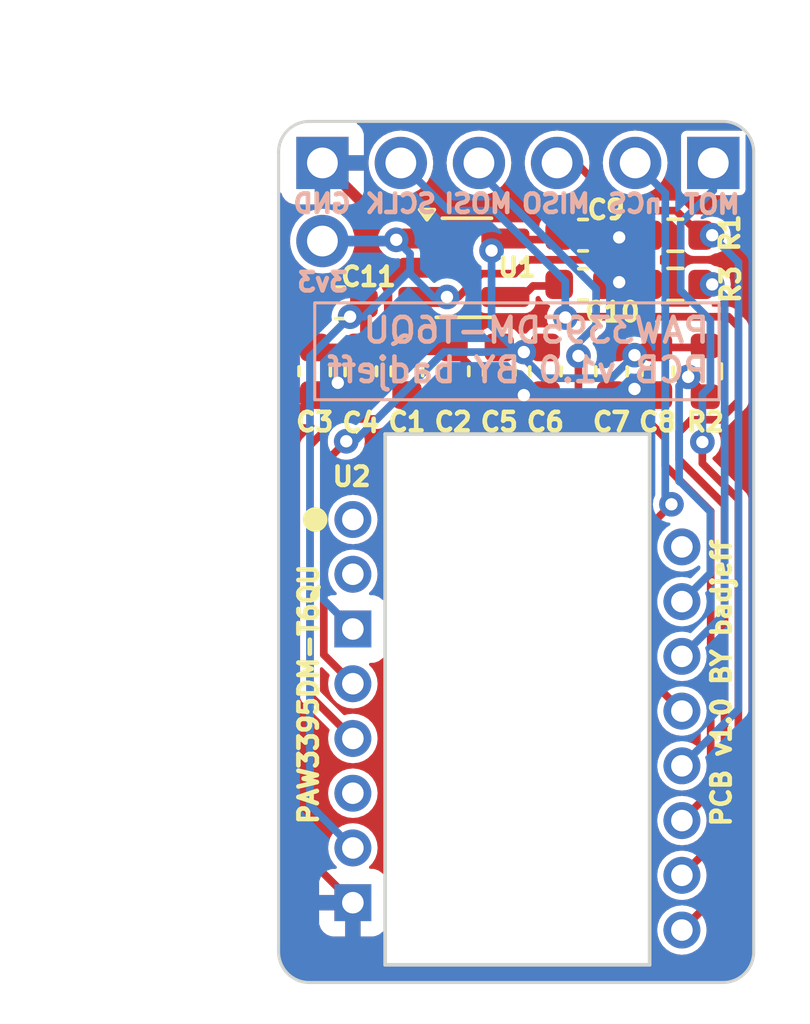
<source format=kicad_pcb>
(kicad_pcb (version 20240108) (generator "pcbnew") (generator_version "8.0")
  (layers (0 "F.Cu" signal) (31 "B.Cu" signal) (34 "B.Paste" user) (35 "F.Paste" user) (36 "B.SilkS" user "B.Silkscreen") (37 "F.SilkS" user "F.Silkscreen") (38 "B.Mask" user) (39 "F.Mask" user) (44 "Edge.Cuts" user))
  (net 0 "")
  (net 1 "+1V8")
  (net 2 "GND")
  (net 3 "Net-(U2-VDDREG)")
  (net 4 "Net-(U2-LED_P)")
  (net 5 "Net-(U2-NRESET)")
  (net 8 "unconnected-(U2-NC-Pad16)")
  (net 10 "MISO")
  (net 11 "MOSI")
  (net 12 "SCLK")
  (net 13 "MOTION")
  (net 14 "VIN")
  (net 15 "Net-(U1-NC)")
  (net 16 "nCS")
  (footprint "Resistor_SMD:R_0603_1608Metric" (layer "F.Cu") (at 151.775 79.85)
    (property "Reference" "R1" (at 1.775 -0.075 90) (layer "F.SilkS") (effects (font (size 0.6 0.6) (thickness 0.15) (bold yes))))
    (property "Value" "10K" (hide yes))
    (fp_line (start -0.237258 -0.5225) (end 0.237258 -0.5225) (stroke (width 0.12)) (layer "F.SilkS"))
    (fp_line (start -0.237258 0.5225) (end 0.237258 0.5225) (stroke (width 0.12)) (layer "F.SilkS"))
    (pad "1" smd roundrect (at -0.825 0) (size 0.8 0.95) (layers "F.Cu" "F.Paste" "F.Mask") (net 14 "VIN"))
    (pad "2" smd roundrect (at 0.825 0) (size 0.8 0.95) (layers "F.Cu" "F.Paste" "F.Mask") (net 10 "MISO"))
  )
  (footprint "Capacitor_SMD:C_0603_1608Metric" (layer "F.Cu") (at 146.05 84.275 -90)
    (property "Reference" "C5" (at 1.65 0 180) (layer "F.SilkS") (effects (font (size 0.6 0.6) (thickness 0.15) (bold yes))))
    (property "Value" "100nF" (hide yes))
    (fp_line (start -0.14058 0.51) (end 0.14058 0.51) (stroke (width 0.12)) (layer "F.SilkS"))
    (fp_line (start -0.14058 -0.51) (end 0.14058 -0.51) (stroke (width 0.12)) (layer "F.SilkS"))
    (pad "1" smd roundrect (at -0.775 0 270) (size 0.9 0.95) (layers "F.Cu" "F.Paste" "F.Mask") (net 1 "+1V8"))
    (pad "2" smd roundrect (at 0.775 0 270) (size 0.9 0.95) (layers "F.Cu" "F.Paste" "F.Mask") (net 2 "GND"))
  )
  (footprint "Capacitor_SMD:C_0603_1608Metric" (layer "F.Cu") (at 140.05 84.275 -90)
    (property "Reference" "C3" (at 1.65 0 180) (layer "F.SilkS") (effects (font (size 0.6 0.6) (thickness 0.15) (bold yes))))
    (property "Value" "10uF" (hide yes))
    (fp_line (start -0.14058 0.51) (end 0.14058 0.51) (stroke (width 0.12)) (layer "F.SilkS"))
    (fp_line (start -0.14058 -0.51) (end 0.14058 -0.51) (stroke (width 0.12)) (layer "F.SilkS"))
    (pad "1" smd roundrect (at -0.775 0 270) (size 0.9 0.95) (layers "F.Cu" "F.Paste" "F.Mask") (net 14 "VIN"))
    (pad "2" smd roundrect (at 0.775 0 270) (size 0.9 0.95) (layers "F.Cu" "F.Paste" "F.Mask") (net 2 "GND"))
  )
  (footprint "Capacitor_SMD:C_0603_1608Metric" (layer "F.Cu") (at 148.775 79.85)
    (property "Reference" "C9" (at 0.75 -0.825 180) (layer "F.SilkS") (effects (font (size 0.6 0.6) (thickness 0.15) (bold yes))))
    (property "Value" "1uF" (hide yes))
    (fp_line (start -0.14058 -0.51) (end 0.14058 -0.51) (stroke (width 0.12)) (layer "F.SilkS"))
    (fp_line (start -0.14058 0.51) (end 0.14058 0.51) (stroke (width 0.12)) (layer "F.SilkS"))
    (pad "1" smd roundrect (at -0.775 0) (size 0.9 0.95) (layers "F.Cu" "F.Paste" "F.Mask") (net 1 "+1V8"))
    (pad "2" smd roundrect (at 0.775 0) (size 0.9 0.95) (layers "F.Cu" "F.Paste" "F.Mask") (net 2 "GND"))
  )
  (footprint "Capacitor_SMD:C_0603_1608Metric" (layer "F.Cu") (at 148.775 81.45)
    (property "Reference" "C10" (at 0.95 0.9 180) (layer "F.SilkS") (effects (font (size 0.6 0.6) (thickness 0.15) (bold yes))))
    (property "Value" "22nF" (hide yes))
    (fp_line (start -0.14058 -0.51) (end 0.14058 -0.51) (stroke (width 0.12)) (layer "F.SilkS"))
    (fp_line (start -0.14058 0.51) (end 0.14058 0.51) (stroke (width 0.12)) (layer "F.SilkS"))
    (pad "1" smd roundrect (at -0.775 0) (size 0.9 0.95) (layers "F.Cu" "F.Paste" "F.Mask") (net 15 "Net-(U1-NC)"))
    (pad "2" smd roundrect (at 0.775 0) (size 0.9 0.95) (layers "F.Cu" "F.Paste" "F.Mask") (net 2 "GND"))
  )
  (footprint "Connector_PinHeader_2.54mm:PinHeader_1x02_P2.54mm_Vertical" (layer "F.Cu") (at 140.3 77.5)
    (property "Reference" "J1" (hide yes))
    (property "Value" "Conn_01x02" (hide yes))
    (pad "1" thru_hole rect (at 0 0) (size 1.7 1.7) (drill 1) (layers "*.Cu" "*.Mask") (net 2 "GND"))
    (pad "2" thru_hole oval (at 0 2.54) (size 1.7 1.7) (drill 1) (layers "*.Cu" "*.Mask") (net 14 "VIN"))
  )
  (footprint "Capacitor_SMD:C_0603_1608Metric" (layer "F.Cu") (at 140.875 82.05 180)
    (property "Reference" "C11" (at -0.925 0.85 180) (layer "F.SilkS") (effects (font (size 0.6 0.6) (thickness 0.15) (bold yes))))
    (property "Value" "1uF" (hide yes))
    (fp_line (start -0.14058 0.51) (end 0.14058 0.51) (stroke (width 0.12)) (layer "F.SilkS"))
    (fp_line (start -0.14058 -0.51) (end 0.14058 -0.51) (stroke (width 0.12)) (layer "F.SilkS"))
    (pad "1" smd roundrect (at -0.775 0 180) (size 0.9 0.95) (layers "F.Cu" "F.Paste" "F.Mask") (net 14 "VIN"))
    (pad "2" smd roundrect (at 0.775 0 180) (size 0.9 0.95) (layers "F.Cu" "F.Paste" "F.Mask") (net 2 "GND"))
  )
  (footprint "Resistor_SMD:R_0603_1608Metric" (layer "F.Cu") (at 151.775 81.45)
    (property "Reference" "R3" (at 1.8 0 90) (layer "F.SilkS") (effects (font (size 0.6 0.6) (thickness 0.15) (bold yes))))
    (property "Value" "2M" (hide yes))
    (fp_line (start -0.237258 -0.5225) (end 0.237258 -0.5225) (stroke (width 0.12)) (layer "F.SilkS"))
    (fp_line (start -0.237258 0.5225) (end 0.237258 0.5225) (stroke (width 0.12)) (layer "F.SilkS"))
    (pad "1" smd roundrect (at -0.825 0) (size 0.8 0.95) (layers "F.Cu" "F.Paste" "F.Mask") (net 14 "VIN"))
    (pad "2" smd roundrect (at 0.825 0) (size 0.8 0.95) (layers "F.Cu" "F.Paste" "F.Mask") (net 5 "Net-(U2-NRESET)"))
  )
  (footprint "Capacitor_SMD:C_0603_1608Metric" (layer "F.Cu") (at 143.05 84.275 90)
    (property "Reference" "C1" (at -1.65 0 180) (layer "F.SilkS") (effects (font (size 0.6 0.6) (thickness 0.15) (bold yes))))
    (property "Value" "4.7uF" (hide yes))
    (fp_line (start -0.14058 -0.51) (end 0.14058 -0.51) (stroke (width 0.12)) (layer "F.SilkS"))
    (fp_line (start -0.14058 0.51) (end 0.14058 0.51) (stroke (width 0.12)) (layer "F.SilkS"))
    (pad "1" smd roundrect (at -0.775 0 90) (size 0.9 0.95) (layers "F.Cu" "F.Paste" "F.Mask") (net 3 "Net-(U2-VDDREG)"))
    (pad "2" smd roundrect (at 0.775 0 90) (size 0.9 0.95) (layers "F.Cu" "F.Paste" "F.Mask") (net 2 "GND"))
  )
  (footprint "Connector_PinHeader_2.54mm:PinHeader_1x05_P2.54mm_Vertical" (layer "F.Cu") (at 153.01 77.5 -90)
    (property "Reference" "J2" (hide yes))
    (property "Value" "Conn_01x05" (hide yes))
    (pad "1" thru_hole rect (at 0 0 270) (size 1.7 1.7) (drill 1) (layers "*.Cu" "*.Mask") (net 13 "MOTION"))
    (pad "2" thru_hole oval (at 0 2.54 270) (size 1.7 1.7) (drill 1) (layers "*.Cu" "*.Mask") (net 16 "nCS"))
    (pad "3" thru_hole oval (at 0 5.08 270) (size 1.7 1.7) (drill 1) (layers "*.Cu" "*.Mask") (net 10 "MISO"))
    (pad "4" thru_hole oval (at 0 7.62 270) (size 1.7 1.7) (drill 1) (layers "*.Cu" "*.Mask") (net 11 "MOSI"))
    (pad "5" thru_hole oval (at 0 10.16 270) (size 1.7 1.7) (drill 1) (layers "*.Cu" "*.Mask") (net 12 "SCLK"))
  )
  (footprint "Capacitor_SMD:C_0603_1608Metric" (layer "F.Cu") (at 151.2 84.275 -90)
    (property "Reference" "C8" (at 1.65 0 180) (layer "F.SilkS") (effects (font (size 0.6 0.6) (thickness 0.15) (bold yes))))
    (property "Value" "10uF" (hide yes))
    (fp_line (start -0.14058 0.51) (end 0.14058 0.51) (stroke (width 0.12)) (layer "F.SilkS"))
    (fp_line (start -0.14058 -0.51) (end 0.14058 -0.51) (stroke (width 0.12)) (layer "F.SilkS"))
    (pad "1" smd roundrect (at -0.775 0 270) (size 0.9 0.95) (layers "F.Cu" "F.Paste" "F.Mask") (net 1 "+1V8"))
    (pad "2" smd roundrect (at 0.775 0 270) (size 0.9 0.95) (layers "F.Cu" "F.Paste" "F.Mask") (net 2 "GND"))
  )
  (footprint "Capacitor_SMD:C_0603_1608Metric" (layer "F.Cu") (at 141.55 84.275 -90)
    (property "Reference" "C4" (at 1.675 0 180) (layer "F.SilkS") (effects (font (size 0.6 0.6) (thickness 0.15) (bold yes))))
    (property "Value" "100nF" (hide yes))
    (fp_line (start -0.14058 0.51) (end 0.14058 0.51) (stroke (width 0.12)) (layer "F.SilkS"))
    (fp_line (start -0.14058 -0.51) (end 0.14058 -0.51) (stroke (width 0.12)) (layer "F.SilkS"))
    (pad "1" smd roundrect (at -0.775 0 270) (size 0.9 0.95) (layers "F.Cu" "F.Paste" "F.Mask") (net 14 "VIN"))
    (pad "2" smd roundrect (at 0.775 0 270) (size 0.9 0.95) (layers "F.Cu" "F.Paste" "F.Mask") (net 2 "GND"))
  )
  (footprint "Resistor_SMD:R_0603_1608Metric" (layer "F.Cu") (at 152.75 84.275 -90)
    (property "Reference" "R2" (at 1.65 0 180) (layer "F.SilkS") (effects (font (size 0.6 0.6) (thickness 0.15) (bold yes))))
    (property "Value" "4.7" (hide yes))
    (fp_line (start -0.237258 0.5225) (end 0.237258 0.5225) (stroke (width 0.12)) (layer "F.SilkS"))
    (fp_line (start -0.237258 -0.5225) (end 0.237258 -0.5225) (stroke (width 0.12)) (layer "F.SilkS"))
    (pad "1" smd roundrect (at -0.825 0 270) (size 0.8 0.95) (layers "F.Cu" "F.Paste" "F.Mask") (net 1 "+1V8"))
    (pad "2" smd roundrect (at 0.825 0 270) (size 0.8 0.95) (layers "F.Cu" "F.Paste" "F.Mask") (net 4 "Net-(U2-LED_P)"))
  )
  (footprint "Capacitor_SMD:C_0603_1608Metric" (layer "F.Cu") (at 147.55 84.275 -90)
    (property "Reference" "C6" (at 1.65 0 180) (layer "F.SilkS") (effects (font (size 0.6 0.6) (thickness 0.15) (bold yes))))
    (property "Value" "10uF" (hide yes))
    (fp_line (start -0.14058 0.51) (end 0.14058 0.51) (stroke (width 0.12)) (layer "F.SilkS"))
    (fp_line (start -0.14058 -0.51) (end 0.14058 -0.51) (stroke (width 0.12)) (layer "F.SilkS"))
    (pad "1" smd roundrect (at -0.775 0 270) (size 0.9 0.95) (layers "F.Cu" "F.Paste" "F.Mask") (net 1 "+1V8"))
    (pad "2" smd roundrect (at 0.775 0 270) (size 0.9 0.95) (layers "F.Cu" "F.Paste" "F.Mask") (net 2 "GND"))
  )
  (footprint "Capacitor_SMD:C_0603_1608Metric" (layer "F.Cu") (at 144.55 84.275 90)
    (property "Reference" "C2" (at -1.65 0 180) (layer "F.SilkS") (effects (font (size 0.6 0.6) (thickness 0.15) (bold yes))))
    (property "Value" "100nF" (hide yes))
    (fp_line (start -0.14058 -0.51) (end 0.14058 -0.51) (stroke (width 0.12)) (layer "F.SilkS"))
    (fp_line (start -0.14058 0.51) (end 0.14058 0.51) (stroke (width 0.12)) (layer "F.SilkS"))
    (pad "1" smd roundrect (at -0.775 0 90) (size 0.9 0.95) (layers "F.Cu" "F.Paste" "F.Mask") (net 3 "Net-(U2-VDDREG)"))
    (pad "2" smd roundrect (at 0.775 0 90) (size 0.9 0.95) (layers "F.Cu" "F.Paste" "F.Mask") (net 2 "GND"))
  )
  (footprint "Package_TO_SOT_SMD:SOT-23-5_HandSoldering" (layer "F.Cu") (at 144.9 80.908052)
    (property "Reference" "U1" (at 1.73 -0.008052 0) (layer "F.SilkS") (effects (font (size 0.6 0.6) (thickness 0.15) (bold yes))))
    (property "Value" "TLV74318PDBVR" (hide yes))
    (fp_line (start -0.9 1.61) (end 0.9 1.61) (stroke (width 0.12)) (layer "F.SilkS"))
    (fp_line (start 0.1 -1.61) (end -0.7 -1.61) (stroke (width 0.12)) (layer "F.SilkS"))
    (fp_line (start 0.1 -1.61) (end 0.9 -1.61) (stroke (width 0.12)) (layer "F.SilkS"))
    (fp_poly (pts (xy -1.2 -1.56) (xy -1.44 -1.89) (xy -0.96 -1.89) (xy -1.2 -1.56)) (stroke (width 0.12)) (fill solid) (layer "F.SilkS"))
    (pad "1" smd roundrect (at -1.35 -0.95) (size 1.56 0.65) (layers "F.Cu" "F.Paste" "F.Mask") (net 14 "VIN"))
    (pad "2" smd roundrect (at -1.35 0) (size 1.56 0.65) (layers "F.Cu" "F.Paste" "F.Mask") (net 2 "GND"))
    (pad "3" smd roundrect (at -1.35 0.95) (size 1.56 0.65) (layers "F.Cu" "F.Paste" "F.Mask") (net 14 "VIN"))
    (pad "4" smd roundrect (at 1.35 0.95) (size 1.56 0.65) (layers "F.Cu" "F.Paste" "F.Mask") (net 15 "Net-(U1-NC)"))
    (pad "5" smd roundrect (at 1.35 -0.95) (size 1.56 0.65) (layers "F.Cu" "F.Paste" "F.Mask") (net 1 "+1V8"))
  )
  (footprint "paw3395_pcb:PAW3395" (layer "F.Cu") (at 141.29 89.095)
    (property "Reference" "U2" (at -0.04 -1.395 0) (layer "F.SilkS") (effects (font (size 0.6 0.6) (thickness 0.15) (bold yes))))
    (property "Value" "PAW3395")
    (fp_circle (center -1.225 0) (end -1.025 0) (stroke (width 0.4)) (fill none) (layer "F.SilkS"))
    (fp_line (start 1.05 -2.78) (end 1.05 14.48) (stroke (width 0.12)) (layer "Edge.Cuts"))
    (fp_line (start 1.05 -2.78) (end 9.65 -2.78) (stroke (width 0.12)) (layer "Edge.Cuts"))
    (fp_line (start 1.05 14.48) (end 9.65 14.48) (stroke (width 0.12)) (layer "Edge.Cuts"))
    (fp_line (start 9.65 -2.78) (end 9.65 14.48) (stroke (width 0.12)) (layer "Edge.Cuts"))
    (pad "1" thru_hole circle (at 0 0) (size 1.2 1.2) (drill 0.7) (layers "*.Cu" "*.Mask"))
    (pad "2" thru_hole circle (at 0 1.78) (size 1.2 1.2) (drill 0.7) (layers "*.Cu" "*.Mask"))
    (pad "3" thru_hole rect (at 0 3.56) (size 1.2 1.2) (drill 0.7) (layers "*.Cu" "*.Mask") (net 2 "GND"))
    (pad "4" thru_hole circle (at 0 5.34) (size 1.2 1.2) (drill 0.7) (layers "*.Cu" "*.Mask") (net 1 "+1V8"))
    (pad "5" thru_hole circle (at 0 7.12) (size 1.2 1.2) (drill 0.7) (layers "*.Cu" "*.Mask") (net 3 "Net-(U2-VDDREG)"))
    (pad "6" thru_hole circle (at 0 8.9) (size 1.2 1.2) (drill 0.7) (layers "*.Cu" "*.Mask"))
    (pad "7" thru_hole circle (at 0 10.68) (size 1.2 1.2) (drill 0.7) (layers "*.Cu" "*.Mask") (net 14 "VIN"))
    (pad "8" thru_hole rect (at 0 12.46) (size 1.2 1.2) (drill 0.7) (layers "*.Cu" "*.Mask") (net 2 "GND"))
    (pad "9" thru_hole circle (at 10.7 13.35) (size 1.2 1.2) (drill 0.7) (layers "*.Cu" "*.Mask") (net 13 "MOTION"))
    (pad "10" thru_hole circle (at 10.7 11.57) (size 1.2 1.2) (drill 0.7) (layers "*.Cu" "*.Mask") (net 12 "SCLK"))
    (pad "11" thru_hole circle (at 10.7 9.79) (size 1.2 1.2) (drill 0.7) (layers "*.Cu" "*.Mask") (net 11 "MOSI"))
    (pad "12" thru_hole circle (at 10.7 8.01) (size 1.2 1.2) (drill 0.7) (layers "*.Cu" "*.Mask") (net 10 "MISO"))
    (pad "13" thru_hole circle (at 10.7 6.23) (size 1.2 1.2) (drill 0.7) (layers "*.Cu" "*.Mask") (net 16 "nCS"))
    (pad "14" thru_hole circle (at 10.7 4.45) (size 1.2 1.2) (drill 0.7) (layers "*.Cu" "*.Mask") (net 5 "Net-(U2-NRESET)"))
    (pad "15" thru_hole circle (at 10.7 2.67) (size 1.2 1.2) (drill 0.7) (layers "*.Cu" "*.Mask") (net 4 "Net-(U2-LED_P)"))
    (pad "16" thru_hole circle (at 10.7 0.89) (size 1.2 1.2) (drill 0.7) (layers "*.Cu" "*.Mask") (net 8 "unconnected-(U2-NC-Pad16)"))
  )
  (footprint "Capacitor_SMD:C_0603_1608Metric" (layer "F.Cu") (at 149.7 84.275 -90)
    (property "Reference" "C7" (at 1.65 0 180) (layer "F.SilkS") (effects (font (size 0.6 0.6) (thickness 0.15) (bold yes))))
    (property "Value" "22uF" (hide yes))
    (fp_line (start -0.14058 0.51) (end 0.14058 0.51) (stroke (width 0.12)) (layer "F.SilkS"))
    (fp_line (start -0.14058 -0.51) (end 0.14058 -0.51) (stroke (width 0.12)) (layer "F.SilkS"))
    (pad "1" smd roundrect (at -0.775 0 270) (size 0.9 0.95) (layers "F.Cu" "F.Paste" "F.Mask") (net 1 "+1V8"))
    (pad "2" smd roundrect (at 0.775 0 270) (size 0.9 0.95) (layers "F.Cu" "F.Paste" "F.Mask") (net 2 "GND"))
  )
  (gr_line (start 140.05 82.05) (end 140.05 85.2) (stroke (width 0.1)) (layer "B.SilkS"))
  (gr_line (start 153.2 85.2) (end 153.2 82.05) (stroke (width 0.1)) (layer "B.SilkS"))
  (gr_line (start 140.05 85.2) (end 153.2 85.2) (stroke (width 0.1)) (layer "B.SilkS"))
  (gr_line (start 153.2 82.05) (end 140.075 82.05) (stroke (width 0.1)) (layer "B.SilkS"))
  (gr_line (start 138.875 77.15) (end 138.875 103.15) (stroke (width 0.1)) (layer "Edge.Cuts"))
  (gr_arc (start 154.325 103.15) (mid 154.032107 103.857107) (end 153.325 104.15) (stroke (width 0.1)) (layer "Edge.Cuts"))
  (gr_line (start 153.325 76.15) (end 139.875 76.15) (stroke (width 0.1)) (layer "Edge.Cuts"))
  (gr_arc (start 139.875 104.15) (mid 139.167893 103.857107) (end 138.875 103.15) (stroke (width 0.1)) (layer "Edge.Cuts"))
  (gr_line (start 139.875 104.15) (end 153.325 104.15) (stroke (width 0.1)) (layer "Edge.Cuts"))
  (gr_line (start 154.325 103.15) (end 154.325 77.15) (stroke (width 0.1)) (layer "Edge.Cuts"))
  (gr_arc (start 153.325 76.15) (mid 154.032107 76.442893) (end 154.325 77.15) (stroke (width 0.1)) (layer "Edge.Cuts"))
  (gr_arc (start 138.875 77.15) (mid 139.167893 76.442893) (end 139.875 76.15) (stroke (width 0.1)) (layer "Edge.Cuts"))
  (gr_text "nCS" (at 151.425 79.175 0) (layer "B.SilkS") (effects (font (size 0.6 0.6) (thickness 0.15) (bold yes)) (justify left bottom mirror)))
  (gr_text "MISO" (at 149.075 79.175 0) (layer "B.SilkS") (effects (font (size 0.6 0.6) (thickness 0.15) (bold yes)) (justify left bottom mirror)))
  (gr_text "SCLK" (at 144.075 79.175 0) (layer "B.SilkS") (effects (font (size 0.6 0.6) (thickness 0.15) (bold yes)) (justify left bottom mirror)))
  (gr_text "GND" (at 141.3 79.175 0) (layer "B.SilkS") (effects (font (size 0.6 0.6) (thickness 0.15) (bold yes)) (justify left bottom mirror)))
  (gr_text "MOSI" (at 146.55 79.175 0) (layer "B.SilkS") (effects (font (size 0.6 0.6) (thickness 0.15) (bold yes)) (justify left bottom mirror)))
  (gr_text "MOT" (at 153.95 79.2 0) (layer "B.SilkS") (effects (font (size 0.6 0.6) (thickness 0.15) (bold yes)) (justify left bottom mirror)))
  (gr_text "3v3" (at 141.2 81.725 0) (layer "B.SilkS") (effects (font (size 0.6 0.6) (thickness 0.15) (bold yes)) (justify left bottom mirror)))
  (gr_text "PAW3395DM-T6QU\nPCB v1.0 BY badjeff" (at 152.95 84.7 0) (layer "B.SilkS") (effects (font (size 0.8 0.8) (thickness 0.15) (bold yes)) (justify left bottom mirror)))
  (gr_text "PCB v1.0 BY badjeff" (at 153.625 99.15 90) (layer "F.SilkS") (effects (font (size 0.6 0.6) (thickness 0.15) (bold yes)) (justify left bottom)))
  (gr_text "PAW3395DM-T6QU" (at 140.2 99.075 90) (layer "F.SilkS") (effects (font (size 0.6 0.6) (thickness 0.15) (bold yes)) (justify left bottom)))
  (segment (start 151.2 83.5) (end 150.7 83.5) (width 0.25) (layer "F.Cu") (net 1))
  (segment (start 151.25 83.5) (end 152.7 83.5) (width 0.25) (layer "F.Cu") (net 1))
  (segment (start 150.2 83.5) (end 150.45 83.75) (width 0.25) (layer "F.Cu") (net 1))
  (segment (start 149.7 83.5) (end 150.2 83.5) (width 0.25) (layer "F.Cu") (net 1))
  (segment (start 147.2 83.65) (end 147.35 83.5) (width 0.25) (layer "F.Cu") (net 1))
  (segment (start 140.35 87.275153) (end 140.35 90.406852) (width 0.25) (layer "F.Cu") (net 1))
  (segment (start 146.85 83.65) (end 147.4 83.65) (width 0.25) (layer "F.Cu") (net 1))
  (segment (start 146.255 79.993052) (end 148.1 79.993052) (width 0.25) (layer "F.Cu") (net 1))
  (segment (start 140.35 90.406852) (end 140.345 90.411852) (width 0.25) (layer "F.Cu") (net 1))
  (segment (start 152.7 83.5) (end 152.75 83.45) (width 0.25) (layer "F.Cu") (net 1))
  (segment (start 141.075 86.550153) (end 140.35 87.275153) (width 0.25) (layer "F.Cu") (net 1))
  (segment (start 150.7 83.5) (end 150.45 83.75) (width 0.25) (layer "F.Cu") (net 1))
  (segment (start 146.85 83.65) (end 146.2 83.65) (width 0.25) (layer "F.Cu") (net 1))
  (segment (start 145.8 80.35) (end 145.858052 80.35) (width 0.25) (layer "F.Cu") (net 1))
  (segment (start 145.858052 80.35) (end 146.25 79.958052) (width 0.25) (layer "F.Cu") (net 1))
  (segment (start 141.27 94.355) (end 141.27 94.26) (width 0.25) (layer "F.Cu") (net 1))
  (segment (start 146 83.65) (end 145.85 83.5) (width 0.25) (layer "F.Cu") (net 1))
  (segment (start 140.345 90.411852) (end 140.345 93.49) (width 0.25) (layer "F.Cu") (net 1))
  (segment (start 140.345 93.49) (end 141.29 94.435) (width 0.25) (layer "F.Cu") (net 1))
  (via (at 150.45 83.75) (size 0.8) (drill 0.4) (layers "F.Cu" "B.Cu") (net 1))
  (via (at 145.8 80.35) (size 0.8) (drill 0.4) (layers "F.Cu" "B.Cu") (net 1))
  (via (at 141.075 86.550153) (size 0.8) (drill 0.4) (layers "F.Cu" "B.Cu") (net 1))
  (via (at 146.85 83.65) (size 0.8) (drill 0.4) (layers "F.Cu" "B.Cu") (net 1))
  (segment (start 144.25 83.65) (end 146.65 83.65) (width 0.25) (layer "B.Cu") (net 1))
  (segment (start 141.349847 86.550153) (end 144.25 83.65) (width 0.25) (layer "B.Cu") (net 1))
  (segment (start 150.45 83.75) (end 149.7 84.5) (width 0.25) (layer "B.Cu") (net 1))
  (segment (start 141.075 86.550153) (end 141.349847 86.550153) (width 0.25) (layer "B.Cu") (net 1))
  (segment (start 145.8 82.8) (end 145.8 80.35) (width 0.25) (layer "B.Cu") (net 1))
  (segment (start 149.7 84.5) (end 147.5 84.5) (width 0.25) (layer "B.Cu") (net 1))
  (segment (start 147.5 84.5) (end 146.65 83.65) (width 0.25) (layer "B.Cu") (net 1))
  (segment (start 150.45 83.75) (end 150.35 83.65) (width 0.25) (layer "B.Cu") (net 1))
  (segment (start 146.65 83.65) (end 145.8 82.8) (width 0.25) (layer "B.Cu") (net 1))
  (segment (start 144.55 83.55) (end 146.05 85.05) (width 0.25) (layer "F.Cu") (net 2))
  (segment (start 139.445 99.71) (end 139.445 85.655) (width 0.25) (layer "F.Cu") (net 2))
  (segment (start 145.85 85.05) (end 146.35 85.05) (width 0.25) (layer "F.Cu") (net 2))
  (segment (start 144.915 80.293051) (end 144.599025 80.609025) (width 0.25) (layer "F.Cu") (net 2))
  (segment (start 142.76706 81.16706) (end 140.70794 81.16706) (width 0.25) (layer "F.Cu") (net 2))
  (segment (start 143.05 83.5) (end 142.45 82.9) (width 0.25) (layer "F.Cu") (net 2))
  (segment (start 141.75 78.95) (end 141.75 80.15) (width 0.35) (layer "F.Cu") (net 2))
  (segment (start 150.25 85.05) (end 149.7 85.05) (width 0.25) (layer "F.Cu") (net 2))
  (segment (start 149.55 81.45) (end 149.877873 81.45) (width 0.25) (layer "F.Cu") (net 2))
  (segment (start 148.75 79.05) (end 145.588052 79.05) (width 0.25) (layer "F.Cu") (net 2))
  (segment (start 144.35 83.5) (end 144.35 83.55) (width 0.25) (layer "F.Cu") (net 2))
  (segment (start 149.55 79.85) (end 148.75 79.05) (width 0.25) (layer "F.Cu") (net 2))
  (segment (start 141.55 84.85) (end 142.9 83.5) (width 0.25) (layer "F.Cu") (net 2))
  (segment (start 141.55 85.05) (end 141.55 84.85) (width 0.25) (layer "F.Cu") (net 2))
  (segment (start 143.026068 80.908052) (end 143.55 80.908052) (width 0.25) (layer "F.Cu") (net 2))
  (segment (start 149.55 79.85) (end 149.877873 79.85) (width 0.25) (layer "F.Cu") (net 2))
  (segment (start 142.45 82.9) (end 142.45 82.231984) (width 0.25) (layer "F.Cu") (net 2))
  (segment (start 142.45 82.231984) (end 142.445 82.226984) (width 0.25) (layer "F.Cu") (net 2))
  (segment (start 147.55 85.05) (end 147.05 85.05) (width 0.25) (layer "F.Cu") (net 2))
  (segment (start 149.877873 79.85) (end 149.95 79.922127) (width 0.25) (layer "F.Cu") (net 2))
  (segment (start 150.65 85.05) (end 151.2 85.05) (width 0.25) (layer "F.Cu") (net 2))
  (segment (start 140.3 77.6) (end 140.3 77.5) (width 0.25) (layer "F.Cu") (net 2))
  (segment (start 140.8 84.65) (end 141.15 84.65) (width 0.25) (layer "F.Cu") (net 2))
  (segment (start 146.85 85.05) (end 146.6 84.8) (width 0.25) (layer "F.Cu") (net 2))
  (segment (start 140.3 77.5) (end 141.75 78.95) (width 0.35) (layer "F.Cu") (net 2))
  (segment (start 142.445 82.226984) (end 142.445 81.48912) (width 0.25) (layer "F.Cu") (net 2))
  (segment (start 143.05 83.5) (end 144.55 83.5) (width 0.25) (layer "F.Cu") (net 2))
  (segment (start 141.15 84.65) (end 141.55 85.05) (width 0.25) (layer "F.Cu") (net 2))
  (segment (start 150.45 84.85) (end 150.25 85.05) (width 0.25) (layer "F.Cu") (net 2))
  (segment (start 140.8 84.65) (end 140.45 84.65) (width 0.25) (layer "F.Cu") (net 2))
  (segment (start 139.445 85.655) (end 140.05 85.05) (width 0.25) (layer "F.Cu") (net 2))
  (segment (start 141.75 80.15) (end 142.76706 81.16706) (width 0.35) (layer "F.Cu") (net 2))
  (segment (start 145.588052 79.05) (end 144.915 79.723052) (width 0.25) (layer "F.Cu") (net 2))
  (segment (start 140.70794 81.16706) (end 139.825 82.05) (width 0.25) (layer "F.Cu") (net 2))
  (segment (start 144.599025 80.609025) (end 144.299999 80.908052) (width 0.25) (layer "F.Cu") (net 2))
  (segment (start 140.45 84.65) (end 140.05 85.05) (width 0.25) (layer "F.Cu") (net 2))
  (segment (start 142.9 83.5) (end 143.05 83.5) (width 0.25) (layer "F.Cu") (net 2))
  (segment (start 144.915 79.723052) (end 144.915 80.293051) (width 0.25) (layer "F.Cu") (net 2))
  (segment (start 146.35 85.05) (end 146.6 84.8) (width 0.25) (layer "F.Cu") (net 2))
  (segment (start 139.91175 85.11175) (end 139.85 85.05) (width 0.25) (layer "F.Cu") (net 2))
  (segment (start 149.877873 81.45) (end 149.95 81.377873) (width 0.25) (layer "F.Cu") (net 2))
  (segment (start 150.45 84.85) (end 150.65 85.05) (width 0.25) (layer "F.Cu") (net 2))
  (segment (start 141.29 101.555) (end 139.445 99.71) (width 0.25) (layer "F.Cu") (net 2))
  (segment (start 144.55 83.5) (end 144.55 83.55) (width 0.25) (layer "F.Cu") (net 2))
  (segment (start 142.445 81.48912) (end 143.026068 80.908052) (width 0.25) (layer "F.Cu") (net 2))
  (via (at 149.95 79.922127) (size 0.8) (drill 0.4) (layers "F.Cu" "B.Cu") (net 2))
  (via (at 149.95 81.377873) (size 0.8) (drill 0.4) (layers "F.Cu" "B.Cu") (net 2))
  (via (at 146.85 85.05) (size 0.8) (drill 0.4) (layers "F.Cu" "B.Cu") (net 2))
  (via (at 150.45 84.85) (size 0.8) (drill 0.4) (layers "F.Cu" "B.Cu") (net 2))
  (via (at 140.8 84.65) (size 0.8) (drill 0.4) (layers "F.Cu" "B.Cu") (net 2))
  (segment (start 140.345 90.411852) (end 140.345 91.71) (width 0.25) (layer "B.Cu") (net 2))
  (segment (start 146.860854 85.060854) (end 146.6 84.8) (width 0.25) (layer "B.Cu") (net 2))
  (segment (start 140.35 90.406852) (end 140.345 90.411852) (width 0.25) (layer "B.Cu") (net 2))
  (segment (start 150.239146 85.060854) (end 146.860854 85.060854) (width 0.25) (layer "B.Cu") (net 2))
  (segment (start 140.8 84.65) (end 140.35 85.1) (width 0.25) (layer "B.Cu") (net 2))
  (segment (start 149.95 81.377873) (end 150 81.327873) (width 0.25) (layer "B.Cu") (net 2))
  (segment (start 140.35 85.1) (end 140.35 90.406852) (width 0.25) (layer "B.Cu") (net 2))
  (segment (start 150 79.972127) (end 149.95 79.922127) (width 0.25) (layer "B.Cu") (net 2))
  (segment (start 150.45 84.85) (end 150.239146 85.060854) (width 0.25) (layer "B.Cu") (net 2))
  (segment (start 150 81.327873) (end 150 79.972127) (width 0.25) (layer "B.Cu") (net 2))
  (segment (start 140.345 91.71) (end 141.29 92.655) (width 0.25) (layer "B.Cu") (net 2))
  (segment (start 143.05 85.05) (end 144.55 85.05) (width 0.25) (layer "F.Cu") (net 3))
  (segment (start 144.671104 85.05) (end 144.711104 85.01) (width 0.25) (layer "F.Cu") (net 3))
  (segment (start 142.85 85.05) (end 142.075 85.825) (width 0.25) (layer "F.Cu") (net 3))
  (segment (start 139.895 86.68) (end 139.895 94.82) (width 0.25) (layer "F.Cu") (net 3))
  (segment (start 142.075 85.825) (end 140.75 85.825) (width 0.25) (layer "F.Cu") (net 3))
  (segment (start 139.895 94.82) (end 141.29 96.215) (width 0.25) (layer "F.Cu") (net 3))
  (segment (start 140.75 85.825) (end 139.895 86.68) (width 0.25) (layer "F.Cu") (net 3))
  (segment (start 152.75 85.014565) (end 152.75 85.1) (width 0.25) (layer "F.Cu") (net 4))
  (segment (start 152.192563 84.457128) (end 152.75 85.014565) (width 0.25) (layer "F.Cu") (net 4))
  (segment (start 152.75 85.186328) (end 152.75 85.1) (width 0.25) (layer "F.Cu") (net 4))
  (via (at 152.192563 84.457128) (size 0.8) (drill 0.4) (layers "F.Cu" "B.Cu") (net 4))
  (segment (start 151.9 84.749691) (end 151.9 87.85) (width 0.25) (layer "B.Cu") (net 4))
  (segment (start 151.950305 87.875) (end 152.915 88.839695) (width 0.25) (layer "B.Cu") (net 4))
  (segment (start 152.915 90.84) (end 151.99 91.765) (width 0.25) (layer "B.Cu") (net 4))
  (segment (start 152.915 88.839695) (end 152.915 90.84) (width 0.25) (layer "B.Cu") (net 4))
  (segment (start 151.925 87.875) (end 151.950305 87.875) (width 0.25) (layer "B.Cu") (net 4))
  (segment (start 151.9 87.85) (end 151.925 87.875) (width 0.25) (layer "B.Cu") (net 4))
  (segment (start 152.192563 84.457128) (end 151.9 84.749691) (width 0.25) (layer "B.Cu") (net 4))
  (segment (start 152.6 81.45) (end 152.975 81.45) (width 0.25) (layer "F.Cu") (net 5))
  (via (at 152.975 81.45) (size 0.8) (drill 0.4) (layers "F.Cu" "B.Cu") (net 5))
  (segment (start 153.38 81.855) (end 153.38 92.155) (width 0.25) (layer "B.Cu") (net 5))
  (segment (start 153.38 92.155) (end 151.99 93.545) (width 0.25) (layer "B.Cu") (net 5))
  (segment (start 152.975 81.45) (end 153.38 81.855) (width 0.25) (layer "B.Cu") (net 5))
  (segment (start 151.65 90.3) (end 151.7 90.25) (width 0.25) (layer "B.Cu") (net 8))
  (segment (start 147.93 77.5) (end 148.55 77.5) (width 0.25) (layer "F.Cu") (net 10))
  (segment (start 150.1 79.05) (end 151.8 79.05) (width 0.25) (layer "F.Cu") (net 10))
  (segment (start 151.8 79.05) (end 152.6 79.85) (width 0.25) (layer "F.Cu") (net 10))
  (segment (start 148.55 77.5) (end 150.1 79.05) (width 0.25) (layer "F.Cu") (net 10))
  (segment (start 152.6 79.85) (end 152.975 79.85) (width 0.25) (layer "F.Cu") (net 10))
  (via (at 152.975 79.85) (size 0.8) (drill 0.4) (layers "F.Cu" "B.Cu") (net 10))
  (segment (start 152.975 79.875) (end 153.83 80.73) (width 0.25) (layer "B.Cu") (net 10))
  (segment (start 153.83 80.73) (end 153.83 95.265) (width 0.25) (layer "B.Cu") (net 10))
  (segment (start 152.975 79.85) (end 152.975 79.875) (width 0.25) (layer "B.Cu") (net 10))
  (segment (start 153.83 95.265) (end 151.99 97.105) (width 0.25) (layer "B.Cu") (net 10))
  (segment (start 151.45 87.35) (end 152.926104 88.826104) (width 0.25) (layer "F.Cu") (net 11))
  (segment (start 152.926104 97.948896) (end 151.99 98.885) (width 0.25) (layer "F.Cu") (net 11))
  (segment (start 150.825 85.825) (end 151.45 86.45) (width 0.25) (layer "F.Cu") (net 11))
  (segment (start 149.215948 85.825) (end 150.825 85.825) (width 0.25) (layer "F.Cu") (net 11))
  (segment (start 151.45 86.45) (end 151.45 87.35) (width 0.25) (layer "F.Cu") (net 11))
  (segment (start 148.625646 83.775) (end 148.625646 85.234698) (width 0.25) (layer "F.Cu") (net 11))
  (segment (start 148.625646 85.234698) (end 149.215948 85.825) (width 0.25) (layer "F.Cu") (net 11))
  (segment (start 152.926104 88.826104) (end 152.926104 97.948896) (width 0.25) (layer "F.Cu") (net 11))
  (via (at 148.625646 83.775) (size 0.8) (drill 0.4) (layers "F.Cu" "B.Cu") (net 11))
  (segment (start 145.34 77.45) (end 145.29 77.45) (width 0.25) (layer "B.Cu") (net 11))
  (segment (start 151.97 98.805) (end 151.97 98.78) (width 0.25) (layer "B.Cu") (net 11))
  (segment (start 148.625646 83.343863) (end 149.2 82.769509) (width 0.25) (layer "B.Cu") (net 11))
  (segment (start 149.2 82.769509) (end 149.2 81.6) (width 0.25) (layer "B.Cu") (net 11))
  (segment (start 148.625646 83.775) (end 148.625646 83.343863) (width 0.25) (layer "B.Cu") (net 11))
  (segment (start 145.39 77.79) (end 145.39 77.5) (width 0.25) (layer "B.Cu") (net 11))
  (segment (start 149.2 81.6) (end 145.39 77.79) (width 0.25) (layer "B.Cu") (net 11))
  (segment (start 145.39 77.5) (end 145.34 77.45) (width 0.25) (layer "B.Cu") (net 11))
  (segment (start 148.222978 82.5) (end 153.5 82.5) (width 0.25) (layer "F.Cu") (net 12))
  (segment (start 151.9 87.15) (end 153.376104 88.626104) (width 0.25) (layer "F.Cu") (net 12))
  (segment (start 153.223004 85.85) (end 152.3 85.85) (width 0.25) (layer "F.Cu") (net 12))
  (segment (start 148.197978 82.525) (end 148.222978 82.5) (width 0.25) (layer "F.Cu") (net 12))
  (segment (start 153.376104 99.278896) (end 151.99 100.665) (width 0.25) (layer "F.Cu") (net 12))
  (segment (start 151.9 86.25) (end 151.9 87.15) (width 0.25) (layer "F.Cu") (net 12))
  (segment (start 152.3 85.85) (end 151.9 86.25) (width 0.25) (layer "F.Cu") (net 12))
  (segment (start 153.83 85.243004) (end 153.223004 85.85) (width 0.25) (layer "F.Cu") (net 12))
  (segment (start 153.5 82.5) (end 153.83 82.83) (width 0.25) (layer "F.Cu") (net 12))
  (segment (start 153.376104 88.626104) (end 153.376104 99.278896) (width 0.25) (layer "F.Cu") (net 12))
  (segment (start 153.83 82.83) (end 153.83 85.243004) (width 0.25) (layer "F.Cu") (net 12))
  (via (at 148.197978 82.525) (size 0.8) (drill 0.4) (layers "F.Cu" "B.Cu") (net 12))
  (segment (start 145.9 79.05) (end 144.4 79.05) (width 0.25) (layer "B.Cu") (net 12))
  (segment (start 148.197978 81.347978) (end 145.9 79.05) (width 0.25) (layer "B.Cu") (net 12))
  (segment (start 144.4 79.05) (end 142.85 77.5) (width 0.25) (layer "B.Cu") (net 12))
  (segment (start 148.197978 82.525) (end 148.197978 81.347978) (width 0.25) (layer "B.Cu") (net 12))
  (segment (start 152.655 87.268604) (end 153.826104 88.439708) (width 0.25) (layer "F.Cu") (net 13))
  (segment (start 153.826104 100.608896) (end 151.99 102.445) (width 0.25) (layer "F.Cu") (net 13))
  (segment (start 153.826104 88.439708) (end 153.826104 100.608896) (width 0.25) (layer "F.Cu") (net 13))
  (segment (start 152.655 86.575) (end 152.655 87.268604) (width 0.25) (layer "F.Cu") (net 13))
  (via (at 152.655 86.575) (size 0.8) (drill 0.4) (layers "F.Cu" "B.Cu") (net 13))
  (segment (start 151.95 79.45) (end 153.01 78.39) (width 0.25) (layer "B.Cu") (net 13))
  (segment (start 153.01 77.5) (end 152.96 77.45) (width 0.25) (layer "B.Cu") (net 13))
  (segment (start 153.01 78.39) (end 153.01 77.5) (width 0.25) (layer "B.Cu") (net 13))
  (segment (start 152.917563 84.757433) (end 152.917563 82.617563) (width 0.25) (layer "B.Cu") (net 13))
  (segment (start 152.96 77.45) (end 152.9 77.45) (width 0.25) (layer "B.Cu") (net 13))
  (segment (start 152.655 86.575) (end 152.655 85.019996) (width 0.25) (layer "B.Cu") (net 13))
  (segment (start 151.95 81.65) (end 151.95 79.45) (width 0.25) (layer "B.Cu") (net 13))
  (segment (start 152.655 85.019996) (end 152.917563 84.757433) (width 0.25) (layer "B.Cu") (net 13))
  (segment (start 152.917563 82.617563) (end 151.95 81.65) (width 0.25) (layer "B.Cu") (net 13))
  (segment (start 150.95 80.7) (end 150.95 81.5) (width 0.25) (layer "F.Cu") (net 14))
  (segment (start 143.55 81.858052) (end 144.716643 81.858052) (width 0.25) (layer "F.Cu") (net 14))
  (segment (start 143.508052 80) (end 143.55 79.958052) (width 0.25) (layer "F.Cu") (net 14))
  (segment (start 140.2 80) (end 140.26 80) (width 0.25) (layer "F.Cu") (net 14))
  (segment (start 147 80.65) (end 150.9 80.65) (width 0.25) (layer "F.Cu") (net 14))
  (segment (start 150.95 80.02) (end 150.95 80.7) (width 0.25) (layer "F.Cu") (net 14))
  (segment (start 142.7 80) (end 143.508052 80) (width 0.25) (layer "F.Cu") (net 14))
  (segment (start 146.55 81.1) (end 147 80.65) (width 0.25) (layer "F.Cu") (net 14))
  (segment (start 144.07 79.958052) (end 144.105 79.993052) (width 0.25) (layer "F.Cu") (net 14))
  (segment (start 141.2 82.5) (end 141.65 82.05) (width 0.25) (layer "F.Cu") (net 14))
  (segment (start 141.2 83.35) (end 141.35 83.5) (width 0.25) (layer "F.Cu") (net 14))
  (segment (start 144.35 81.858052) (end 143.55 81.858052) (width 0.25) (layer "F.Cu") (net 14))
  (segment (start 141.65 83.2) (end 141.35 83.5) (width 0.25) (layer "F.Cu") (net 14))
  (segment (start 144.716643 81.858052) (end 145.474695 81.1) (width 0.25) (layer "F.Cu") (net 14))
  (segment (start 141.65 82.05) (end 141.65 83.2) (width 0.25) (layer "F.Cu") (net 14))
  (segment (start 150.9 80.65) (end 150.95 80.7) (width 0.25) (layer "F.Cu") (net 14))
  (segment (start 140.26 80) (end 140.3 80.04) (width 0.25) (layer "F.Cu") (net 14))
  (segment (start 145.474695 81.1) (end 146.55 81.1) (width 0.25) (layer "F.Cu") (net 14))
  (segment (start 140.3 80.04) (end 140.70794 80.44794) (width 0.25) (layer "F.Cu") (net 14))
  (segment (start 140.05 83.5) (end 141.55 83.5) (width 0.25) (layer "F.Cu") (net 14))
  (via (at 142.7 80) (size 0.8) (drill 0.4) (layers "F.Cu" "B.Cu") (net 14))
  (via (at 144.35 81.858052) (size 0.8) (drill 0.4) (layers "F.Cu" "B.Cu") (net 14))
  (via (at 141.2 82.5) (size 0.8) (drill 0.4) (layers "F.Cu" "B.Cu") (net 14))
  (segment (start 142.66 80.04) (end 142.7 80) (width 0.25) (layer "B.Cu") (net 14))
  (segment (start 142.7 80) (end 143.15 80.45) (width 0.25) (layer "B.Cu") (net 14))
  (segment (start 141.2 82.5) (end 139.895 83.805) (width 0.25) (layer "B.Cu") (net 14))
  (segment (start 141.2 82.5) (end 141.65 82.5) (width 0.25) (layer "B.Cu") (net 14))
  (segment (start 139.895 83.805) (end 139.895 98.38) (width 0.25) (layer "B.Cu") (net 14))
  (segment (start 143.15 81) (end 143.1 81.05) (width 0.25) (layer "B.Cu") (net 14))
  (segment (start 141.65 82.5) (end 143.1 81.05) (width 0.25) (layer "B.Cu") (net 14))
  (segment (start 144.35 81.858052) (end 143.908052 81.858052) (width 0.25) (layer "B.Cu") (net 14))
  (segment (start 139.895 98.38) (end 141.29 99.775) (width 0.25) (layer "B.Cu") (net 14))
  (segment (start 143.15 80.45) (end 143.15 81) (width 0.25) (layer "B.Cu") (net 14))
  (segment (start 143.908052 81.858052) (end 143.1 81.05) (width 0.25) (layer "B.Cu") (net 14))
  (segment (start 140.3 80.04) (end 142.66 80.04) (width 0.35) (layer "B.Cu") (net 14))
  (segment (start 146.791948 81.858052) (end 147.15 81.5) (width 0.25) (layer "F.Cu") (net 15))
  (segment (start 146.22 81.858052) (end 146.791948 81.858052) (width 0.25) (layer "F.Cu") (net 15))
  (segment (start 147.15 81.5) (end 148 81.5) (width 0.25) (layer "F.Cu") (net 15))
  (segment (start 151.065 94.4) (end 151.99 95.325) (width 0.25) (layer "F.Cu") (net 16))
  (segment (start 151.065 89.185) (end 151.065 94.4) (width 0.25) (layer "F.Cu") (net 16))
  (segment (start 151.65 88.6) (end 151.065 89.185) (width 0.25) (layer "F.Cu") (net 16))
  (via (at 151.65 88.6) (size 0.8) (drill 0.4) (layers "F.Cu" "B.Cu") (net 16))
  (segment (start 151.45 78.48) (end 151.45 88.4) (width 0.25) (layer "B.Cu") (net 16))
  (segment (start 150.42 77.45) (end 151.45 78.48) (width 0.25) (layer "B.Cu") (net 16))
  (segment (start 150.37 77.45) (end 150.42 77.45) (width 0.25) (layer "B.Cu") (net 16))
  (segment (start 151.45 88.4) (end 151.65 88.6) (width 0.25) (layer "B.Cu") (net 16))
  (zone (net 2) (net_name "GND") (layers "F&B.Cu") (connect_pads (clearance 0.1508)) (min_thickness 0.1) (fill yes (thermal_gap 0.5) (thermal_bridge_width 0.5))
    (polygon (pts (xy 138.775 76.05) (xy 154.45 76.05) (xy 154.45 104.175) (xy 154.375 104.25) (xy 138.9 104.25) (xy 138.775 104.125)))
  )
)
</source>
